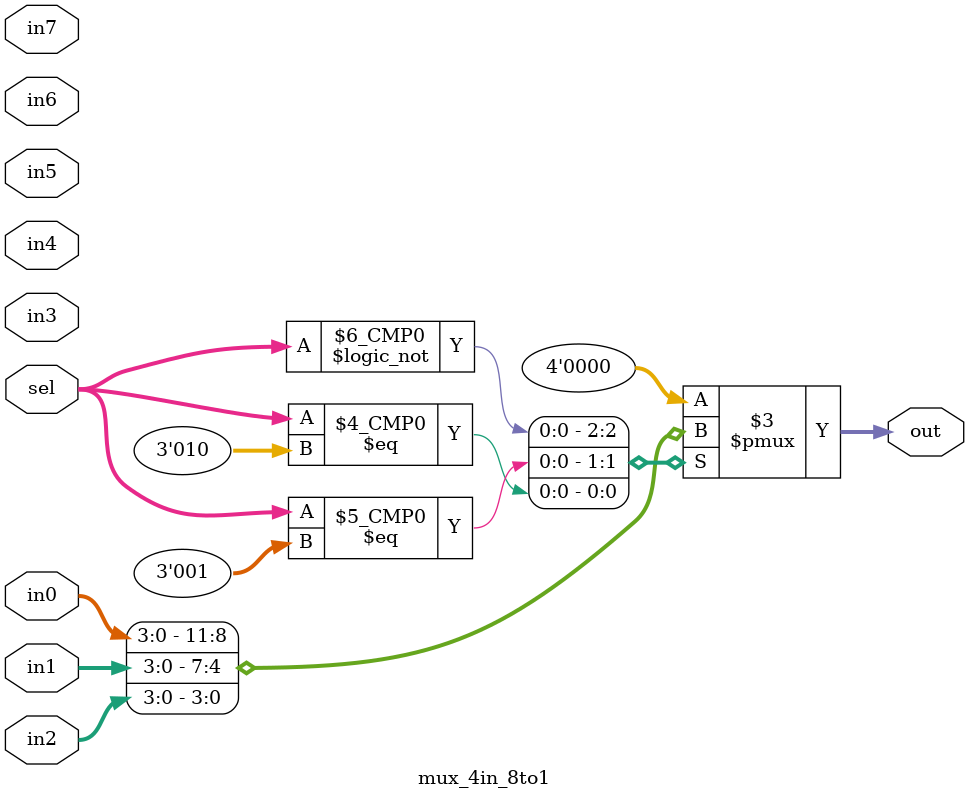
<source format=v>
`timescale 1ns / 1ps

module mux_4in_8to1 (
	       input [3:0] in0, in1, in2, in3, in4, in5, in6, in7,
	       input [2:0] sel,
	       output reg [3:0] out
	       );
	       
always @(*)
begin 
    case(sel)
        0: out = in0;
        1: out = in1;
        2: out = in2;    
        default: out = 0;
    endcase
end
endmodule

</source>
